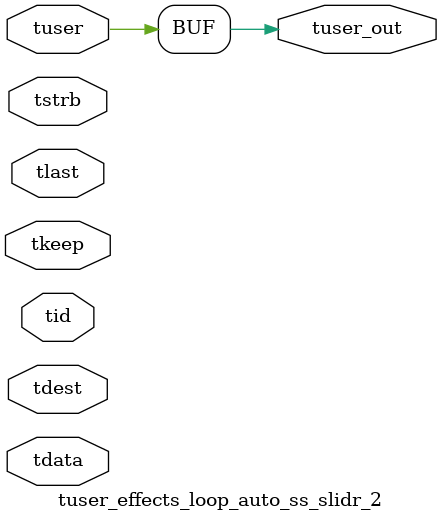
<source format=v>


`timescale 1ps/1ps

module tuser_effects_loop_auto_ss_slidr_2 #
(
parameter C_S_AXIS_TUSER_WIDTH = 1,
parameter C_S_AXIS_TDATA_WIDTH = 32,
parameter C_S_AXIS_TID_WIDTH   = 0,
parameter C_S_AXIS_TDEST_WIDTH = 0,
parameter C_M_AXIS_TUSER_WIDTH = 1
)
(
input  [(C_S_AXIS_TUSER_WIDTH == 0 ? 1 : C_S_AXIS_TUSER_WIDTH)-1:0     ] tuser,
input  [(C_S_AXIS_TDATA_WIDTH == 0 ? 1 : C_S_AXIS_TDATA_WIDTH)-1:0     ] tdata,
input  [(C_S_AXIS_TID_WIDTH   == 0 ? 1 : C_S_AXIS_TID_WIDTH)-1:0       ] tid,
input  [(C_S_AXIS_TDEST_WIDTH == 0 ? 1 : C_S_AXIS_TDEST_WIDTH)-1:0     ] tdest,
input  [(C_S_AXIS_TDATA_WIDTH/8)-1:0 ] tkeep,
input  [(C_S_AXIS_TDATA_WIDTH/8)-1:0 ] tstrb,
input                                                                    tlast,
output [C_M_AXIS_TUSER_WIDTH-1:0] tuser_out
);

assign tuser_out = {tuser[15:0]};

endmodule


</source>
